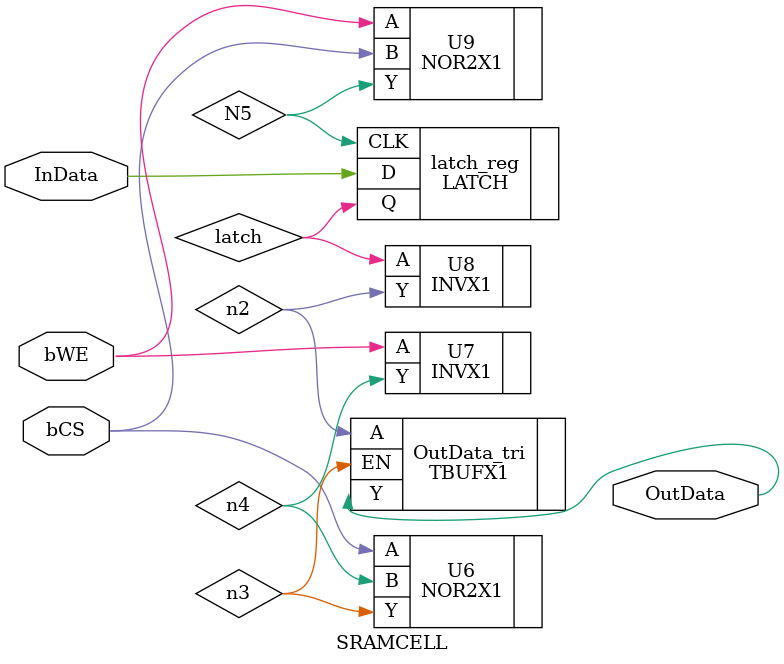
<source format=v>

module SRAMCELL ( InData, OutData, bCS, bWE );
  input InData, bCS, bWE;
  output OutData;
  wire   latch, N5, n2, n3, n4;
  tri   OutData;

  LATCH latch_reg ( .CLK(N5), .D(InData), .Q(latch) );
  TBUFX1 OutData_tri ( .A(n2), .EN(n3), .Y(OutData) );
  NOR2X1 U6 ( .A(bCS), .B(n4), .Y(n3) );
  INVX1 U7 ( .A(bWE), .Y(n4) );
  INVX1 U8 ( .A(latch), .Y(n2) );
  NOR2X1 U9 ( .A(bWE), .B(bCS), .Y(N5) );
endmodule


</source>
